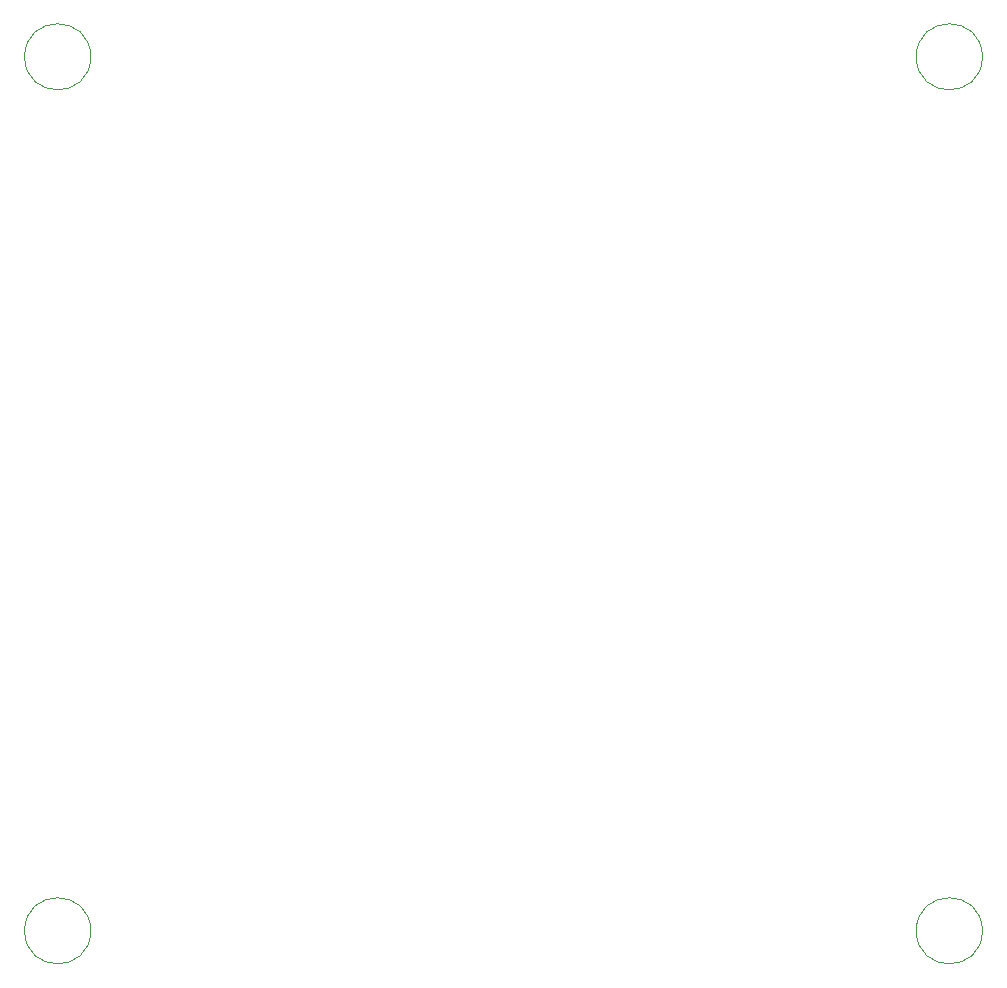
<source format=gko>
G04*
G04 #@! TF.GenerationSoftware,Altium Limited,Altium Designer,20.1.12 (249)*
G04*
G04 Layer_Color=16711935*
%FSLAX44Y44*%
%MOMM*%
G71*
G04*
G04 #@! TF.SameCoordinates,85B36F8B-E135-4E31-A215-2F58F684B550*
G04*
G04*
G04 #@! TF.FilePolarity,Positive*
G04*
G01*
G75*
%ADD13C,0.1000*%
D13*
X58000Y770000D02*
G03*
X58000Y770000I-28000J0D01*
G01*
Y30000D02*
G03*
X58000Y30000I-28000J0D01*
G01*
X813000Y770000D02*
G03*
X813000Y770000I-28000J0D01*
G01*
Y30000D02*
G03*
X813000Y30000I-28000J0D01*
G01*
M02*

</source>
